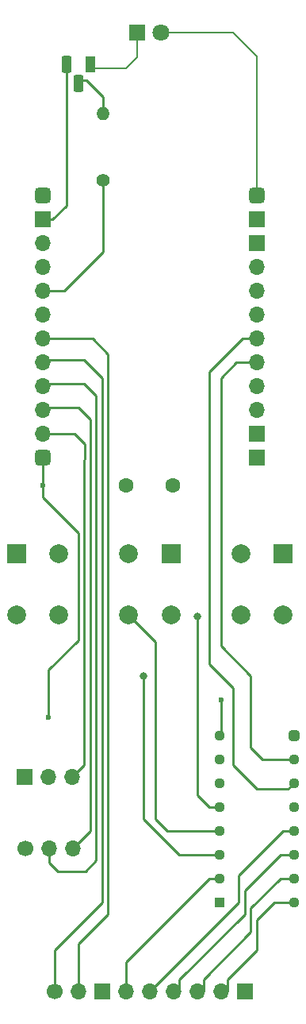
<source format=gbr>
%TF.GenerationSoftware,KiCad,Pcbnew,7.0.6-0*%
%TF.CreationDate,2024-06-02T11:06:42-07:00*%
%TF.ProjectId,s3,73332e6b-6963-4616-945f-706362585858,rev?*%
%TF.SameCoordinates,Original*%
%TF.FileFunction,Copper,L1,Top*%
%TF.FilePolarity,Positive*%
%FSLAX46Y46*%
G04 Gerber Fmt 4.6, Leading zero omitted, Abs format (unit mm)*
G04 Created by KiCad (PCBNEW 7.0.6-0) date 2024-06-02 11:06:42*
%MOMM*%
%LPD*%
G01*
G04 APERTURE LIST*
G04 Aperture macros list*
%AMRoundRect*
0 Rectangle with rounded corners*
0 $1 Rounding radius*
0 $2 $3 $4 $5 $6 $7 $8 $9 X,Y pos of 4 corners*
0 Add a 4 corners polygon primitive as box body*
4,1,4,$2,$3,$4,$5,$6,$7,$8,$9,$2,$3,0*
0 Add four circle primitives for the rounded corners*
1,1,$1+$1,$2,$3*
1,1,$1+$1,$4,$5*
1,1,$1+$1,$6,$7*
1,1,$1+$1,$8,$9*
0 Add four rect primitives between the rounded corners*
20,1,$1+$1,$2,$3,$4,$5,0*
20,1,$1+$1,$4,$5,$6,$7,0*
20,1,$1+$1,$6,$7,$8,$9,0*
20,1,$1+$1,$8,$9,$2,$3,0*%
G04 Aperture macros list end*
%TA.AperFunction,ComponentPad*%
%ADD10O,1.400000X1.400000*%
%TD*%
%TA.AperFunction,ComponentPad*%
%ADD11C,1.400000*%
%TD*%
%TA.AperFunction,ComponentPad*%
%ADD12C,1.700000*%
%TD*%
%TA.AperFunction,ComponentPad*%
%ADD13O,1.700000X1.700000*%
%TD*%
%TA.AperFunction,ComponentPad*%
%ADD14R,1.700000X1.700000*%
%TD*%
%TA.AperFunction,ComponentPad*%
%ADD15C,2.000000*%
%TD*%
%TA.AperFunction,ComponentPad*%
%ADD16R,2.000000X2.000000*%
%TD*%
%TA.AperFunction,ComponentPad*%
%ADD17R,1.100000X1.800000*%
%TD*%
%TA.AperFunction,ComponentPad*%
%ADD18RoundRect,0.275000X0.275000X0.625000X-0.275000X0.625000X-0.275000X-0.625000X0.275000X-0.625000X0*%
%TD*%
%TA.AperFunction,ComponentPad*%
%ADD19RoundRect,0.282500X-0.282500X-0.282500X0.282500X-0.282500X0.282500X0.282500X-0.282500X0.282500X0*%
%TD*%
%TA.AperFunction,ComponentPad*%
%ADD20C,1.130000*%
%TD*%
%TA.AperFunction,ComponentPad*%
%ADD21R,1.130000X1.130000*%
%TD*%
%TA.AperFunction,ComponentPad*%
%ADD22C,1.600000*%
%TD*%
%TA.AperFunction,ComponentPad*%
%ADD23R,1.800000X1.800000*%
%TD*%
%TA.AperFunction,ComponentPad*%
%ADD24C,1.800000*%
%TD*%
%TA.AperFunction,ComponentPad*%
%ADD25RoundRect,0.425000X-0.425000X-0.425000X0.425000X-0.425000X0.425000X0.425000X-0.425000X0.425000X0*%
%TD*%
%TA.AperFunction,ViaPad*%
%ADD26C,0.600000*%
%TD*%
%TA.AperFunction,ViaPad*%
%ADD27C,0.800000*%
%TD*%
%TA.AperFunction,Conductor*%
%ADD28C,0.250000*%
%TD*%
%TA.AperFunction,Conductor*%
%ADD29C,0.200000*%
%TD*%
G04 APERTURE END LIST*
D10*
%TO.P,470ohm,2*%
%TO.N,irled*%
X205232000Y-56896000D03*
D11*
%TO.P,470ohm,1*%
X205232000Y-64008000D03*
%TD*%
D12*
%TO.P,INMP441 2,1*%
%TO.N,ground*%
X196917000Y-135225000D03*
D13*
%TO.P,INMP441 2,2*%
%TO.N,ws*%
X199457000Y-135225000D03*
%TO.P,INMP441 2,3*%
%TO.N,sck*%
X201997000Y-135225000D03*
%TD*%
D14*
%TO.P,ANO Rotary,COMA*%
%TO.N,ground*%
X205105000Y-150495000D03*
%TO.P,ANO Rotary,COMB*%
X220345000Y-150495000D03*
D12*
%TO.P,ANO Rotary,ENCA*%
%TO.N,enca*%
X200025000Y-150495000D03*
D13*
%TO.P,ANO Rotary,ENCB*%
%TO.N,encb*%
X202565000Y-150495000D03*
%TO.P,ANO Rotary,SW1*%
%TO.N,sw1*%
X207645000Y-150495000D03*
%TO.P,ANO Rotary,SW2*%
%TO.N,sw2*%
X210185000Y-150495000D03*
%TO.P,ANO Rotary,SW3*%
%TO.N,sw3*%
X212725000Y-150495000D03*
%TO.P,ANO Rotary,SW4*%
%TO.N,sw4*%
X215265000Y-150495000D03*
%TO.P,ANO Rotary,SW5*%
%TO.N,sw5*%
X217805000Y-150495000D03*
%TD*%
D15*
%TO.P,SW6,1*%
%TO.N,N/C*%
X195986020Y-110335004D03*
D16*
%TO.N,ground*%
X195986020Y-103835004D03*
D15*
%TO.P,SW6,2*%
%TO.N,sw6*%
X200486020Y-110335004D03*
%TO.N,N/C*%
X200486020Y-103835004D03*
%TD*%
D17*
%TO.P,NPN,1*%
%TO.N,irled*%
X203835000Y-51670000D03*
D18*
%TO.P,NPN,2*%
X202565000Y-53740000D03*
%TO.P,NPN,3*%
%TO.N,ground2*%
X201295000Y-51670000D03*
%TD*%
D19*
%TO.P,PCF8574N,16*%
%TO.N,3v*%
X225585000Y-123190000D03*
D20*
%TO.P,PCF8574N,A0*%
%TO.N,ground*%
X217645000Y-123190000D03*
%TO.P,PCF8574N,A1*%
X217645000Y-125730000D03*
%TO.P,PCF8574N,A2*%
X217645000Y-128270000D03*
D21*
%TO.P,PCF8574N,GND*%
X217645000Y-140970000D03*
D20*
%TO.P,PCF8574N,INT*%
%TO.N,N/C*%
X225585000Y-130810000D03*
%TO.P,PCF8574N,P0*%
%TO.N,sw8*%
X217645000Y-130810000D03*
%TO.P,PCF8574N,P1*%
%TO.N,sw7*%
X217645000Y-133350000D03*
%TO.P,PCF8574N,P2*%
%TO.N,sw6*%
X217645000Y-135890000D03*
%TO.P,PCF8574N,P3*%
%TO.N,sw1*%
X217645000Y-138430000D03*
%TO.P,PCF8574N,P4*%
%TO.N,sw5*%
X225585000Y-140970000D03*
%TO.P,PCF8574N,P5*%
%TO.N,sw4*%
X225585000Y-138430000D03*
%TO.P,PCF8574N,P6*%
%TO.N,sw3*%
X225585000Y-135890000D03*
%TO.P,PCF8574N,P7*%
%TO.N,sw2*%
X225585000Y-133350000D03*
%TO.P,PCF8574N,SCL*%
%TO.N,SCL*%
X225585000Y-128270000D03*
%TO.P,PCF8574N,SDA*%
%TO.N,SDA*%
X225585000Y-125730000D03*
%TD*%
D15*
%TO.P,SW8,1*%
%TO.N,sw8*%
X219954436Y-110336007D03*
%TO.N,N/C*%
X219954436Y-103836007D03*
%TO.P,SW8,2*%
X224454436Y-110336007D03*
D16*
%TO.N,ground*%
X224454436Y-103836007D03*
%TD*%
D22*
%TO.P,Cap,1*%
%TO.N,3v*%
X207645000Y-96520000D03*
%TO.P,Cap,2*%
%TO.N,ground*%
X212645000Y-96520000D03*
%TD*%
D23*
%TO.P,5MM IR,1*%
%TO.N,irled*%
X208843066Y-48260000D03*
D24*
%TO.P,5MM IR,2*%
%TO.N,3v2*%
X211383066Y-48260000D03*
%TD*%
D15*
%TO.P,SW7,1*%
%TO.N,sw7*%
X207954436Y-110335525D03*
%TO.N,N/C*%
X207954436Y-103835525D03*
%TO.P,SW7,2*%
X212454436Y-110335525D03*
D16*
%TO.N,ground*%
X212454436Y-103835525D03*
%TD*%
D13*
%TO.P,TDisplayS3,3*%
%TO.N,N/C*%
X198765756Y-70736891D03*
%TO.P,TDisplayS3,4*%
X198765756Y-73276891D03*
%TO.P,TDisplayS3,5*%
%TO.N,irled*%
X198765756Y-75816891D03*
D25*
%TO.P,TDisplayS3,5v*%
%TO.N,5v*%
X198765756Y-65656891D03*
D13*
%TO.P,TDisplayS3,6*%
%TO.N,N/C*%
X198765756Y-78356891D03*
%TO.P,TDisplayS3,7*%
%TO.N,encb*%
X198765756Y-80896891D03*
%TO.P,TDisplayS3,8*%
%TO.N,enca*%
X198765756Y-83436891D03*
%TO.P,TDisplayS3,9*%
%TO.N,ws*%
X198765756Y-85976891D03*
%TO.P,TDisplayS3,10*%
%TO.N,sck*%
X198765756Y-88516891D03*
%TO.P,TDisplayS3,11*%
%TO.N,sd*%
X198765756Y-91056891D03*
D25*
%TO.P,TDisplayS3,12*%
%TO.N,3v*%
X198765756Y-93596891D03*
D14*
%TO.P,TDisplayS3,gnd*%
%TO.N,ground2*%
X198765756Y-68196891D03*
%TD*%
D25*
%TO.P,REF\u002A\u002A,1*%
%TO.N,3v2*%
X221625756Y-65657409D03*
D14*
%TO.P,REF\u002A\u002A,2*%
%TO.N,N/C*%
X221625756Y-68197409D03*
%TO.P,REF\u002A\u002A,3*%
X221625756Y-70737409D03*
D13*
%TO.P,REF\u002A\u002A,4*%
X221625756Y-73277409D03*
%TO.P,REF\u002A\u002A,5*%
X221625756Y-75817409D03*
%TO.P,REF\u002A\u002A,6*%
X221625756Y-78357409D03*
%TO.P,REF\u002A\u002A,7*%
%TO.N,SCL*%
X221625756Y-80897409D03*
%TO.P,REF\u002A\u002A,8*%
%TO.N,SDA*%
X221625756Y-83437409D03*
%TO.P,REF\u002A\u002A,9*%
%TO.N,N/C*%
X221625756Y-85977409D03*
%TO.P,REF\u002A\u002A,10*%
X221625756Y-88517409D03*
D14*
%TO.P,REF\u002A\u002A,11*%
X221625756Y-91057409D03*
%TO.P,REF\u002A\u002A,12*%
%TO.N,ground*%
X221625756Y-93597409D03*
%TD*%
%TO.P,INMP441,1*%
%TO.N,ground*%
X196850000Y-127635000D03*
D13*
%TO.P,INMP441,2*%
%TO.N,3v*%
X199390000Y-127635000D03*
%TO.P,INMP441,3*%
%TO.N,sd*%
X201930000Y-127635000D03*
%TD*%
D26*
%TO.N,ground*%
X217805000Y-119380000D03*
D27*
%TO.N,sw6*%
X209550000Y-116840000D03*
%TO.N,sw8*%
X215265000Y-110490000D03*
D26*
%TO.N,3v*%
X199390000Y-121285000D03*
X198755000Y-96520000D03*
%TD*%
D28*
%TO.N,irled*%
X202565000Y-53340000D02*
X203454000Y-53340000D01*
X203454000Y-53340000D02*
X205232000Y-55118000D01*
X205232000Y-55118000D02*
X205232000Y-56896000D01*
X205232000Y-64008000D02*
X205232000Y-71628000D01*
X205232000Y-71628000D02*
X201043109Y-75816891D01*
X201043109Y-75816891D02*
X198765756Y-75816891D01*
%TO.N,enca*%
X200025000Y-150495000D02*
X200025000Y-146050000D01*
X205105000Y-140970000D02*
X205105000Y-85090000D01*
X203200000Y-83185000D02*
X199017647Y-83185000D01*
X199017647Y-83185000D02*
X198765756Y-83436891D01*
X205105000Y-85090000D02*
X203200000Y-83185000D01*
X200025000Y-146050000D02*
X205105000Y-140970000D01*
%TO.N,ground*%
X217805000Y-123030000D02*
X217645000Y-123190000D01*
X217805000Y-119380000D02*
X217805000Y-123030000D01*
%TO.N,sw1*%
X217645000Y-138430000D02*
X216535000Y-138430000D01*
X207645000Y-147320000D02*
X207645000Y-149801218D01*
X207645000Y-149801218D02*
X208289590Y-150445808D01*
X216535000Y-138430000D02*
X207645000Y-147320000D01*
%TO.N,sw2*%
X219710000Y-140970000D02*
X210185000Y-150495000D01*
X225585000Y-133350000D02*
X224472500Y-133350000D01*
X224472500Y-133350000D02*
X219710000Y-138112500D01*
X219710000Y-138112500D02*
X219710000Y-140970000D01*
%TO.N,sw3*%
X224155000Y-135890000D02*
X220345000Y-139700000D01*
X220345000Y-142240000D02*
X213376952Y-149208048D01*
X213376952Y-149208048D02*
X213376952Y-150441902D01*
X220345000Y-139700000D02*
X220345000Y-142240000D01*
X225585000Y-135890000D02*
X224155000Y-135890000D01*
%TO.N,sw4*%
X215926090Y-149198910D02*
X215926090Y-150445808D01*
X225585000Y-138430000D02*
X224155000Y-138430000D01*
X224155000Y-138430000D02*
X220980000Y-141605000D01*
X220980000Y-144145000D02*
X215926090Y-149198910D01*
X220980000Y-141605000D02*
X220980000Y-144145000D01*
%TO.N,sw5*%
X221615000Y-146050000D02*
X221615000Y-142875000D01*
X221615000Y-142875000D02*
X223520000Y-140970000D01*
X223520000Y-140970000D02*
X225585000Y-140970000D01*
X218471590Y-150445808D02*
X218471590Y-149193410D01*
X218471590Y-149193410D02*
X221615000Y-146050000D01*
%TO.N,sw6*%
X209550000Y-132080000D02*
X213360000Y-135890000D01*
X209550000Y-116840000D02*
X209550000Y-132080000D01*
X213360000Y-135890000D02*
X217645000Y-135890000D01*
%TO.N,sw7*%
X217645000Y-133350000D02*
X212090000Y-133350000D01*
X212090000Y-133350000D02*
X210820000Y-132080000D01*
X210820000Y-132080000D02*
X210820000Y-113201089D01*
X210820000Y-113201089D02*
X207954436Y-110335525D01*
%TO.N,sw8*%
X216535000Y-130810000D02*
X217645000Y-130810000D01*
X215265000Y-129540000D02*
X216535000Y-130810000D01*
X215265000Y-110490000D02*
X215265000Y-129540000D01*
%TO.N,encb*%
X205740000Y-142240000D02*
X205740000Y-82550000D01*
X204086891Y-80896891D02*
X198765756Y-80896891D01*
X202565000Y-150495000D02*
X202565000Y-145415000D01*
X205740000Y-82550000D02*
X204086891Y-80896891D01*
X202565000Y-145415000D02*
X205740000Y-142240000D01*
%TO.N,3v*%
X198765756Y-96530756D02*
X198755000Y-96520000D01*
X198765756Y-93596891D02*
X198755000Y-96520000D01*
X202565000Y-101600000D02*
X198765756Y-97800756D01*
X198765756Y-97800756D02*
X198765756Y-96530756D01*
X199390000Y-121285000D02*
X199390000Y-116205000D01*
X202565000Y-113030000D02*
X202565000Y-101600000D01*
X199390000Y-116205000D02*
X202565000Y-113030000D01*
%TO.N,ground2*%
X199815756Y-68196891D02*
X201295000Y-66717647D01*
X198765756Y-68196891D02*
X199815756Y-68196891D01*
X201295000Y-66717647D02*
X201295000Y-52070000D01*
%TO.N,ws*%
X199363599Y-85801348D02*
X199439947Y-85725000D01*
X199457000Y-136719000D02*
X199457000Y-135225000D01*
X203327000Y-137668000D02*
X200406000Y-137668000D01*
X200406000Y-137668000D02*
X199457000Y-136719000D01*
X203200000Y-85725000D02*
X204470000Y-86995000D01*
X204470000Y-136525000D02*
X203327000Y-137668000D01*
X204470000Y-86995000D02*
X204470000Y-136525000D01*
X199439947Y-85725000D02*
X203200000Y-85725000D01*
%TO.N,sck*%
X199439880Y-88265000D02*
X199363505Y-88341375D01*
X201997000Y-135225000D02*
X203835000Y-133387000D01*
X203835000Y-89535000D02*
X202565000Y-88265000D01*
X203835000Y-133387000D02*
X203835000Y-89535000D01*
X202565000Y-88265000D02*
X199439880Y-88265000D01*
%TO.N,sd*%
X203200000Y-126365000D02*
X201930000Y-127635000D01*
X203241891Y-92116891D02*
X203241891Y-93772932D01*
X203200000Y-93814823D02*
X203200000Y-126365000D01*
X203241891Y-93772932D02*
X203200000Y-93814823D01*
X202181891Y-91056891D02*
X203241891Y-92116891D01*
X198765756Y-91056891D02*
X202181891Y-91056891D01*
D29*
%TO.N,irled*%
X208843066Y-50871934D02*
X207645000Y-52070000D01*
X207645000Y-52070000D02*
X203835000Y-52070000D01*
X208843066Y-48260000D02*
X208843066Y-50871934D01*
D28*
%TO.N,SDA*%
X219457591Y-83437409D02*
X221625756Y-83437409D01*
X217805000Y-113665000D02*
X217805000Y-85090000D01*
X225585000Y-125730000D02*
X222250000Y-125730000D01*
X222250000Y-125730000D02*
X220980000Y-124460000D01*
X217805000Y-85090000D02*
X219457591Y-83437409D01*
X220980000Y-124460000D02*
X220980000Y-116840000D01*
X220980000Y-116840000D02*
X217805000Y-113665000D01*
%TO.N,SCL*%
X216535000Y-115570000D02*
X216535000Y-84455000D01*
X225585000Y-128270000D02*
X224950000Y-128905000D01*
X220092591Y-80897409D02*
X221625756Y-80897409D01*
X219075000Y-126365000D02*
X219075000Y-118110000D01*
X221615000Y-128905000D02*
X219075000Y-126365000D01*
X224950000Y-128905000D02*
X221615000Y-128905000D01*
X216535000Y-84455000D02*
X220092591Y-80897409D01*
X219075000Y-118110000D02*
X216535000Y-115570000D01*
D29*
%TO.N,3v2*%
X211383066Y-48260000D02*
X219075000Y-48260000D01*
X221625756Y-50810756D02*
X221625756Y-65657409D01*
X219075000Y-48260000D02*
X221625756Y-50810756D01*
%TD*%
M02*

</source>
